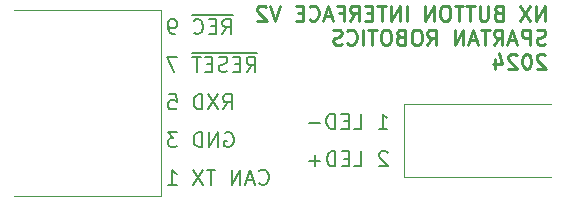
<source format=gbr>
%TF.GenerationSoftware,KiCad,Pcbnew,8.0.4-8.0.4-0~ubuntu22.04.1*%
%TF.CreationDate,2024-08-11T09:24:59-07:00*%
%TF.ProjectId,NX-ButtonInterface,4e582d42-7574-4746-9f6e-496e74657266,rev?*%
%TF.SameCoordinates,Original*%
%TF.FileFunction,Legend,Bot*%
%TF.FilePolarity,Positive*%
%FSLAX46Y46*%
G04 Gerber Fmt 4.6, Leading zero omitted, Abs format (unit mm)*
G04 Created by KiCad (PCBNEW 8.0.4-8.0.4-0~ubuntu22.04.1) date 2024-08-11 09:24:59*
%MOMM*%
%LPD*%
G01*
G04 APERTURE LIST*
%ADD10C,0.177800*%
%ADD11C,0.228600*%
%ADD12C,0.100000*%
G04 APERTURE END LIST*
D10*
X103494972Y-105782056D02*
X103615925Y-105721580D01*
X103615925Y-105721580D02*
X103797353Y-105721580D01*
X103797353Y-105721580D02*
X103978782Y-105782056D01*
X103978782Y-105782056D02*
X104099734Y-105903008D01*
X104099734Y-105903008D02*
X104160211Y-106023961D01*
X104160211Y-106023961D02*
X104220687Y-106265865D01*
X104220687Y-106265865D02*
X104220687Y-106447294D01*
X104220687Y-106447294D02*
X104160211Y-106689199D01*
X104160211Y-106689199D02*
X104099734Y-106810151D01*
X104099734Y-106810151D02*
X103978782Y-106931104D01*
X103978782Y-106931104D02*
X103797353Y-106991580D01*
X103797353Y-106991580D02*
X103676401Y-106991580D01*
X103676401Y-106991580D02*
X103494972Y-106931104D01*
X103494972Y-106931104D02*
X103434496Y-106870627D01*
X103434496Y-106870627D02*
X103434496Y-106447294D01*
X103434496Y-106447294D02*
X103676401Y-106447294D01*
X102890211Y-106991580D02*
X102890211Y-105721580D01*
X102890211Y-105721580D02*
X102164496Y-106991580D01*
X102164496Y-106991580D02*
X102164496Y-105721580D01*
X101559735Y-106991580D02*
X101559735Y-105721580D01*
X101559735Y-105721580D02*
X101257354Y-105721580D01*
X101257354Y-105721580D02*
X101075925Y-105782056D01*
X101075925Y-105782056D02*
X100954973Y-105903008D01*
X100954973Y-105903008D02*
X100894496Y-106023961D01*
X100894496Y-106023961D02*
X100834020Y-106265865D01*
X100834020Y-106265865D02*
X100834020Y-106447294D01*
X100834020Y-106447294D02*
X100894496Y-106689199D01*
X100894496Y-106689199D02*
X100954973Y-106810151D01*
X100954973Y-106810151D02*
X101075925Y-106931104D01*
X101075925Y-106931104D02*
X101257354Y-106991580D01*
X101257354Y-106991580D02*
X101559735Y-106991580D01*
X99443068Y-105721580D02*
X98656877Y-105721580D01*
X98656877Y-105721580D02*
X99080211Y-106205389D01*
X99080211Y-106205389D02*
X98898782Y-106205389D01*
X98898782Y-106205389D02*
X98777830Y-106265865D01*
X98777830Y-106265865D02*
X98717354Y-106326342D01*
X98717354Y-106326342D02*
X98656877Y-106447294D01*
X98656877Y-106447294D02*
X98656877Y-106749675D01*
X98656877Y-106749675D02*
X98717354Y-106870627D01*
X98717354Y-106870627D02*
X98777830Y-106931104D01*
X98777830Y-106931104D02*
X98898782Y-106991580D01*
X98898782Y-106991580D02*
X99261639Y-106991580D01*
X99261639Y-106991580D02*
X99382592Y-106931104D01*
X99382592Y-106931104D02*
X99443068Y-106870627D01*
X117243122Y-107480832D02*
X117182646Y-107420356D01*
X117182646Y-107420356D02*
X117061693Y-107359880D01*
X117061693Y-107359880D02*
X116759312Y-107359880D01*
X116759312Y-107359880D02*
X116638360Y-107420356D01*
X116638360Y-107420356D02*
X116577884Y-107480832D01*
X116577884Y-107480832D02*
X116517407Y-107601784D01*
X116517407Y-107601784D02*
X116517407Y-107722737D01*
X116517407Y-107722737D02*
X116577884Y-107904165D01*
X116577884Y-107904165D02*
X117303598Y-108629880D01*
X117303598Y-108629880D02*
X116517407Y-108629880D01*
X114400741Y-108629880D02*
X115005503Y-108629880D01*
X115005503Y-108629880D02*
X115005503Y-107359880D01*
X113977408Y-107964642D02*
X113554074Y-107964642D01*
X113372646Y-108629880D02*
X113977408Y-108629880D01*
X113977408Y-108629880D02*
X113977408Y-107359880D01*
X113977408Y-107359880D02*
X113372646Y-107359880D01*
X112828360Y-108629880D02*
X112828360Y-107359880D01*
X112828360Y-107359880D02*
X112525979Y-107359880D01*
X112525979Y-107359880D02*
X112344550Y-107420356D01*
X112344550Y-107420356D02*
X112223598Y-107541308D01*
X112223598Y-107541308D02*
X112163121Y-107662261D01*
X112163121Y-107662261D02*
X112102645Y-107904165D01*
X112102645Y-107904165D02*
X112102645Y-108085594D01*
X112102645Y-108085594D02*
X112163121Y-108327499D01*
X112163121Y-108327499D02*
X112223598Y-108448451D01*
X112223598Y-108448451D02*
X112344550Y-108569404D01*
X112344550Y-108569404D02*
X112525979Y-108629880D01*
X112525979Y-108629880D02*
X112828360Y-108629880D01*
X111558360Y-108146070D02*
X110590741Y-108146070D01*
X111074550Y-108629880D02*
X111074550Y-107662261D01*
X103313544Y-103803880D02*
X103736878Y-103199118D01*
X104039259Y-103803880D02*
X104039259Y-102533880D01*
X104039259Y-102533880D02*
X103555449Y-102533880D01*
X103555449Y-102533880D02*
X103434497Y-102594356D01*
X103434497Y-102594356D02*
X103374020Y-102654832D01*
X103374020Y-102654832D02*
X103313544Y-102775784D01*
X103313544Y-102775784D02*
X103313544Y-102957213D01*
X103313544Y-102957213D02*
X103374020Y-103078165D01*
X103374020Y-103078165D02*
X103434497Y-103138642D01*
X103434497Y-103138642D02*
X103555449Y-103199118D01*
X103555449Y-103199118D02*
X104039259Y-103199118D01*
X102890211Y-102533880D02*
X102043544Y-103803880D01*
X102043544Y-102533880D02*
X102890211Y-103803880D01*
X101559735Y-103803880D02*
X101559735Y-102533880D01*
X101559735Y-102533880D02*
X101257354Y-102533880D01*
X101257354Y-102533880D02*
X101075925Y-102594356D01*
X101075925Y-102594356D02*
X100954973Y-102715308D01*
X100954973Y-102715308D02*
X100894496Y-102836261D01*
X100894496Y-102836261D02*
X100834020Y-103078165D01*
X100834020Y-103078165D02*
X100834020Y-103259594D01*
X100834020Y-103259594D02*
X100894496Y-103501499D01*
X100894496Y-103501499D02*
X100954973Y-103622451D01*
X100954973Y-103622451D02*
X101075925Y-103743404D01*
X101075925Y-103743404D02*
X101257354Y-103803880D01*
X101257354Y-103803880D02*
X101559735Y-103803880D01*
X98717354Y-102533880D02*
X99322116Y-102533880D01*
X99322116Y-102533880D02*
X99382592Y-103138642D01*
X99382592Y-103138642D02*
X99322116Y-103078165D01*
X99322116Y-103078165D02*
X99201163Y-103017689D01*
X99201163Y-103017689D02*
X98898782Y-103017689D01*
X98898782Y-103017689D02*
X98777830Y-103078165D01*
X98777830Y-103078165D02*
X98717354Y-103138642D01*
X98717354Y-103138642D02*
X98656877Y-103259594D01*
X98656877Y-103259594D02*
X98656877Y-103561975D01*
X98656877Y-103561975D02*
X98717354Y-103682927D01*
X98717354Y-103682927D02*
X98777830Y-103743404D01*
X98777830Y-103743404D02*
X98898782Y-103803880D01*
X98898782Y-103803880D02*
X99201163Y-103803880D01*
X99201163Y-103803880D02*
X99322116Y-103743404D01*
X99322116Y-103743404D02*
X99382592Y-103682927D01*
X116492007Y-105429480D02*
X117217722Y-105429480D01*
X116854865Y-105429480D02*
X116854865Y-104159480D01*
X116854865Y-104159480D02*
X116975817Y-104340908D01*
X116975817Y-104340908D02*
X117096769Y-104461861D01*
X117096769Y-104461861D02*
X117217722Y-104522337D01*
X114375341Y-105429480D02*
X114980103Y-105429480D01*
X114980103Y-105429480D02*
X114980103Y-104159480D01*
X113952008Y-104764242D02*
X113528674Y-104764242D01*
X113347246Y-105429480D02*
X113952008Y-105429480D01*
X113952008Y-105429480D02*
X113952008Y-104159480D01*
X113952008Y-104159480D02*
X113347246Y-104159480D01*
X112802960Y-105429480D02*
X112802960Y-104159480D01*
X112802960Y-104159480D02*
X112500579Y-104159480D01*
X112500579Y-104159480D02*
X112319150Y-104219956D01*
X112319150Y-104219956D02*
X112198198Y-104340908D01*
X112198198Y-104340908D02*
X112137721Y-104461861D01*
X112137721Y-104461861D02*
X112077245Y-104703765D01*
X112077245Y-104703765D02*
X112077245Y-104885194D01*
X112077245Y-104885194D02*
X112137721Y-105127099D01*
X112137721Y-105127099D02*
X112198198Y-105248051D01*
X112198198Y-105248051D02*
X112319150Y-105369004D01*
X112319150Y-105369004D02*
X112500579Y-105429480D01*
X112500579Y-105429480D02*
X112802960Y-105429480D01*
X111532960Y-104945670D02*
X110565341Y-104945670D01*
D11*
X130547225Y-96281009D02*
X130547225Y-95011009D01*
X130547225Y-95011009D02*
X129821510Y-96281009D01*
X129821510Y-96281009D02*
X129821510Y-95011009D01*
X129337701Y-95011009D02*
X128491034Y-96281009D01*
X128491034Y-95011009D02*
X129337701Y-96281009D01*
X126616272Y-95615771D02*
X126434844Y-95676247D01*
X126434844Y-95676247D02*
X126374367Y-95736723D01*
X126374367Y-95736723D02*
X126313891Y-95857675D01*
X126313891Y-95857675D02*
X126313891Y-96039104D01*
X126313891Y-96039104D02*
X126374367Y-96160056D01*
X126374367Y-96160056D02*
X126434844Y-96220533D01*
X126434844Y-96220533D02*
X126555796Y-96281009D01*
X126555796Y-96281009D02*
X127039606Y-96281009D01*
X127039606Y-96281009D02*
X127039606Y-95011009D01*
X127039606Y-95011009D02*
X126616272Y-95011009D01*
X126616272Y-95011009D02*
X126495320Y-95071485D01*
X126495320Y-95071485D02*
X126434844Y-95131961D01*
X126434844Y-95131961D02*
X126374367Y-95252913D01*
X126374367Y-95252913D02*
X126374367Y-95373866D01*
X126374367Y-95373866D02*
X126434844Y-95494818D01*
X126434844Y-95494818D02*
X126495320Y-95555294D01*
X126495320Y-95555294D02*
X126616272Y-95615771D01*
X126616272Y-95615771D02*
X127039606Y-95615771D01*
X125769606Y-95011009D02*
X125769606Y-96039104D01*
X125769606Y-96039104D02*
X125709129Y-96160056D01*
X125709129Y-96160056D02*
X125648653Y-96220533D01*
X125648653Y-96220533D02*
X125527701Y-96281009D01*
X125527701Y-96281009D02*
X125285796Y-96281009D01*
X125285796Y-96281009D02*
X125164844Y-96220533D01*
X125164844Y-96220533D02*
X125104367Y-96160056D01*
X125104367Y-96160056D02*
X125043891Y-96039104D01*
X125043891Y-96039104D02*
X125043891Y-95011009D01*
X124620558Y-95011009D02*
X123894844Y-95011009D01*
X124257701Y-96281009D02*
X124257701Y-95011009D01*
X123652939Y-95011009D02*
X122927225Y-95011009D01*
X123290082Y-96281009D02*
X123290082Y-95011009D01*
X122261987Y-95011009D02*
X122020082Y-95011009D01*
X122020082Y-95011009D02*
X121899130Y-95071485D01*
X121899130Y-95071485D02*
X121778177Y-95192437D01*
X121778177Y-95192437D02*
X121717701Y-95434342D01*
X121717701Y-95434342D02*
X121717701Y-95857675D01*
X121717701Y-95857675D02*
X121778177Y-96099580D01*
X121778177Y-96099580D02*
X121899130Y-96220533D01*
X121899130Y-96220533D02*
X122020082Y-96281009D01*
X122020082Y-96281009D02*
X122261987Y-96281009D01*
X122261987Y-96281009D02*
X122382939Y-96220533D01*
X122382939Y-96220533D02*
X122503892Y-96099580D01*
X122503892Y-96099580D02*
X122564368Y-95857675D01*
X122564368Y-95857675D02*
X122564368Y-95434342D01*
X122564368Y-95434342D02*
X122503892Y-95192437D01*
X122503892Y-95192437D02*
X122382939Y-95071485D01*
X122382939Y-95071485D02*
X122261987Y-95011009D01*
X121173416Y-96281009D02*
X121173416Y-95011009D01*
X121173416Y-95011009D02*
X120447701Y-96281009D01*
X120447701Y-96281009D02*
X120447701Y-95011009D01*
X118875321Y-96281009D02*
X118875321Y-95011009D01*
X118270559Y-96281009D02*
X118270559Y-95011009D01*
X118270559Y-95011009D02*
X117544844Y-96281009D01*
X117544844Y-96281009D02*
X117544844Y-95011009D01*
X117121511Y-95011009D02*
X116395797Y-95011009D01*
X116758654Y-96281009D02*
X116758654Y-95011009D01*
X115972464Y-95615771D02*
X115549130Y-95615771D01*
X115367702Y-96281009D02*
X115972464Y-96281009D01*
X115972464Y-96281009D02*
X115972464Y-95011009D01*
X115972464Y-95011009D02*
X115367702Y-95011009D01*
X114097701Y-96281009D02*
X114521035Y-95676247D01*
X114823416Y-96281009D02*
X114823416Y-95011009D01*
X114823416Y-95011009D02*
X114339606Y-95011009D01*
X114339606Y-95011009D02*
X114218654Y-95071485D01*
X114218654Y-95071485D02*
X114158177Y-95131961D01*
X114158177Y-95131961D02*
X114097701Y-95252913D01*
X114097701Y-95252913D02*
X114097701Y-95434342D01*
X114097701Y-95434342D02*
X114158177Y-95555294D01*
X114158177Y-95555294D02*
X114218654Y-95615771D01*
X114218654Y-95615771D02*
X114339606Y-95676247D01*
X114339606Y-95676247D02*
X114823416Y-95676247D01*
X113130082Y-95615771D02*
X113553416Y-95615771D01*
X113553416Y-96281009D02*
X113553416Y-95011009D01*
X113553416Y-95011009D02*
X112948654Y-95011009D01*
X112525321Y-95918152D02*
X111920559Y-95918152D01*
X112646273Y-96281009D02*
X112222940Y-95011009D01*
X112222940Y-95011009D02*
X111799606Y-96281009D01*
X110650559Y-96160056D02*
X110711035Y-96220533D01*
X110711035Y-96220533D02*
X110892464Y-96281009D01*
X110892464Y-96281009D02*
X111013416Y-96281009D01*
X111013416Y-96281009D02*
X111194845Y-96220533D01*
X111194845Y-96220533D02*
X111315797Y-96099580D01*
X111315797Y-96099580D02*
X111376274Y-95978628D01*
X111376274Y-95978628D02*
X111436750Y-95736723D01*
X111436750Y-95736723D02*
X111436750Y-95555294D01*
X111436750Y-95555294D02*
X111376274Y-95313390D01*
X111376274Y-95313390D02*
X111315797Y-95192437D01*
X111315797Y-95192437D02*
X111194845Y-95071485D01*
X111194845Y-95071485D02*
X111013416Y-95011009D01*
X111013416Y-95011009D02*
X110892464Y-95011009D01*
X110892464Y-95011009D02*
X110711035Y-95071485D01*
X110711035Y-95071485D02*
X110650559Y-95131961D01*
X110106274Y-95615771D02*
X109682940Y-95615771D01*
X109501512Y-96281009D02*
X110106274Y-96281009D01*
X110106274Y-96281009D02*
X110106274Y-95011009D01*
X110106274Y-95011009D02*
X109501512Y-95011009D01*
X108171035Y-95011009D02*
X107747702Y-96281009D01*
X107747702Y-96281009D02*
X107324368Y-95011009D01*
X106961512Y-95131961D02*
X106901036Y-95071485D01*
X106901036Y-95071485D02*
X106780083Y-95011009D01*
X106780083Y-95011009D02*
X106477702Y-95011009D01*
X106477702Y-95011009D02*
X106356750Y-95071485D01*
X106356750Y-95071485D02*
X106296274Y-95131961D01*
X106296274Y-95131961D02*
X106235797Y-95252913D01*
X106235797Y-95252913D02*
X106235797Y-95373866D01*
X106235797Y-95373866D02*
X106296274Y-95555294D01*
X106296274Y-95555294D02*
X107021988Y-96281009D01*
X107021988Y-96281009D02*
X106235797Y-96281009D01*
X130607701Y-98265162D02*
X130426272Y-98325638D01*
X130426272Y-98325638D02*
X130123891Y-98325638D01*
X130123891Y-98325638D02*
X130002939Y-98265162D01*
X130002939Y-98265162D02*
X129942463Y-98204685D01*
X129942463Y-98204685D02*
X129881986Y-98083733D01*
X129881986Y-98083733D02*
X129881986Y-97962781D01*
X129881986Y-97962781D02*
X129942463Y-97841828D01*
X129942463Y-97841828D02*
X130002939Y-97781352D01*
X130002939Y-97781352D02*
X130123891Y-97720876D01*
X130123891Y-97720876D02*
X130365796Y-97660400D01*
X130365796Y-97660400D02*
X130486748Y-97599923D01*
X130486748Y-97599923D02*
X130547225Y-97539447D01*
X130547225Y-97539447D02*
X130607701Y-97418495D01*
X130607701Y-97418495D02*
X130607701Y-97297542D01*
X130607701Y-97297542D02*
X130547225Y-97176590D01*
X130547225Y-97176590D02*
X130486748Y-97116114D01*
X130486748Y-97116114D02*
X130365796Y-97055638D01*
X130365796Y-97055638D02*
X130063415Y-97055638D01*
X130063415Y-97055638D02*
X129881986Y-97116114D01*
X129337701Y-98325638D02*
X129337701Y-97055638D01*
X129337701Y-97055638D02*
X128853891Y-97055638D01*
X128853891Y-97055638D02*
X128732939Y-97116114D01*
X128732939Y-97116114D02*
X128672462Y-97176590D01*
X128672462Y-97176590D02*
X128611986Y-97297542D01*
X128611986Y-97297542D02*
X128611986Y-97478971D01*
X128611986Y-97478971D02*
X128672462Y-97599923D01*
X128672462Y-97599923D02*
X128732939Y-97660400D01*
X128732939Y-97660400D02*
X128853891Y-97720876D01*
X128853891Y-97720876D02*
X129337701Y-97720876D01*
X128128177Y-97962781D02*
X127523415Y-97962781D01*
X128249129Y-98325638D02*
X127825796Y-97055638D01*
X127825796Y-97055638D02*
X127402462Y-98325638D01*
X126253415Y-98325638D02*
X126676749Y-97720876D01*
X126979130Y-98325638D02*
X126979130Y-97055638D01*
X126979130Y-97055638D02*
X126495320Y-97055638D01*
X126495320Y-97055638D02*
X126374368Y-97116114D01*
X126374368Y-97116114D02*
X126313891Y-97176590D01*
X126313891Y-97176590D02*
X126253415Y-97297542D01*
X126253415Y-97297542D02*
X126253415Y-97478971D01*
X126253415Y-97478971D02*
X126313891Y-97599923D01*
X126313891Y-97599923D02*
X126374368Y-97660400D01*
X126374368Y-97660400D02*
X126495320Y-97720876D01*
X126495320Y-97720876D02*
X126979130Y-97720876D01*
X125890558Y-97055638D02*
X125164844Y-97055638D01*
X125527701Y-98325638D02*
X125527701Y-97055638D01*
X124801987Y-97962781D02*
X124197225Y-97962781D01*
X124922939Y-98325638D02*
X124499606Y-97055638D01*
X124499606Y-97055638D02*
X124076272Y-98325638D01*
X123652940Y-98325638D02*
X123652940Y-97055638D01*
X123652940Y-97055638D02*
X122927225Y-98325638D01*
X122927225Y-98325638D02*
X122927225Y-97055638D01*
X120629130Y-98325638D02*
X121052464Y-97720876D01*
X121354845Y-98325638D02*
X121354845Y-97055638D01*
X121354845Y-97055638D02*
X120871035Y-97055638D01*
X120871035Y-97055638D02*
X120750083Y-97116114D01*
X120750083Y-97116114D02*
X120689606Y-97176590D01*
X120689606Y-97176590D02*
X120629130Y-97297542D01*
X120629130Y-97297542D02*
X120629130Y-97478971D01*
X120629130Y-97478971D02*
X120689606Y-97599923D01*
X120689606Y-97599923D02*
X120750083Y-97660400D01*
X120750083Y-97660400D02*
X120871035Y-97720876D01*
X120871035Y-97720876D02*
X121354845Y-97720876D01*
X119842940Y-97055638D02*
X119601035Y-97055638D01*
X119601035Y-97055638D02*
X119480083Y-97116114D01*
X119480083Y-97116114D02*
X119359130Y-97237066D01*
X119359130Y-97237066D02*
X119298654Y-97478971D01*
X119298654Y-97478971D02*
X119298654Y-97902304D01*
X119298654Y-97902304D02*
X119359130Y-98144209D01*
X119359130Y-98144209D02*
X119480083Y-98265162D01*
X119480083Y-98265162D02*
X119601035Y-98325638D01*
X119601035Y-98325638D02*
X119842940Y-98325638D01*
X119842940Y-98325638D02*
X119963892Y-98265162D01*
X119963892Y-98265162D02*
X120084845Y-98144209D01*
X120084845Y-98144209D02*
X120145321Y-97902304D01*
X120145321Y-97902304D02*
X120145321Y-97478971D01*
X120145321Y-97478971D02*
X120084845Y-97237066D01*
X120084845Y-97237066D02*
X119963892Y-97116114D01*
X119963892Y-97116114D02*
X119842940Y-97055638D01*
X118331035Y-97660400D02*
X118149607Y-97720876D01*
X118149607Y-97720876D02*
X118089130Y-97781352D01*
X118089130Y-97781352D02*
X118028654Y-97902304D01*
X118028654Y-97902304D02*
X118028654Y-98083733D01*
X118028654Y-98083733D02*
X118089130Y-98204685D01*
X118089130Y-98204685D02*
X118149607Y-98265162D01*
X118149607Y-98265162D02*
X118270559Y-98325638D01*
X118270559Y-98325638D02*
X118754369Y-98325638D01*
X118754369Y-98325638D02*
X118754369Y-97055638D01*
X118754369Y-97055638D02*
X118331035Y-97055638D01*
X118331035Y-97055638D02*
X118210083Y-97116114D01*
X118210083Y-97116114D02*
X118149607Y-97176590D01*
X118149607Y-97176590D02*
X118089130Y-97297542D01*
X118089130Y-97297542D02*
X118089130Y-97418495D01*
X118089130Y-97418495D02*
X118149607Y-97539447D01*
X118149607Y-97539447D02*
X118210083Y-97599923D01*
X118210083Y-97599923D02*
X118331035Y-97660400D01*
X118331035Y-97660400D02*
X118754369Y-97660400D01*
X117242464Y-97055638D02*
X117000559Y-97055638D01*
X117000559Y-97055638D02*
X116879607Y-97116114D01*
X116879607Y-97116114D02*
X116758654Y-97237066D01*
X116758654Y-97237066D02*
X116698178Y-97478971D01*
X116698178Y-97478971D02*
X116698178Y-97902304D01*
X116698178Y-97902304D02*
X116758654Y-98144209D01*
X116758654Y-98144209D02*
X116879607Y-98265162D01*
X116879607Y-98265162D02*
X117000559Y-98325638D01*
X117000559Y-98325638D02*
X117242464Y-98325638D01*
X117242464Y-98325638D02*
X117363416Y-98265162D01*
X117363416Y-98265162D02*
X117484369Y-98144209D01*
X117484369Y-98144209D02*
X117544845Y-97902304D01*
X117544845Y-97902304D02*
X117544845Y-97478971D01*
X117544845Y-97478971D02*
X117484369Y-97237066D01*
X117484369Y-97237066D02*
X117363416Y-97116114D01*
X117363416Y-97116114D02*
X117242464Y-97055638D01*
X116335321Y-97055638D02*
X115609607Y-97055638D01*
X115972464Y-98325638D02*
X115972464Y-97055638D01*
X115186274Y-98325638D02*
X115186274Y-97055638D01*
X113855797Y-98204685D02*
X113916273Y-98265162D01*
X113916273Y-98265162D02*
X114097702Y-98325638D01*
X114097702Y-98325638D02*
X114218654Y-98325638D01*
X114218654Y-98325638D02*
X114400083Y-98265162D01*
X114400083Y-98265162D02*
X114521035Y-98144209D01*
X114521035Y-98144209D02*
X114581512Y-98023257D01*
X114581512Y-98023257D02*
X114641988Y-97781352D01*
X114641988Y-97781352D02*
X114641988Y-97599923D01*
X114641988Y-97599923D02*
X114581512Y-97358019D01*
X114581512Y-97358019D02*
X114521035Y-97237066D01*
X114521035Y-97237066D02*
X114400083Y-97116114D01*
X114400083Y-97116114D02*
X114218654Y-97055638D01*
X114218654Y-97055638D02*
X114097702Y-97055638D01*
X114097702Y-97055638D02*
X113916273Y-97116114D01*
X113916273Y-97116114D02*
X113855797Y-97176590D01*
X113371988Y-98265162D02*
X113190559Y-98325638D01*
X113190559Y-98325638D02*
X112888178Y-98325638D01*
X112888178Y-98325638D02*
X112767226Y-98265162D01*
X112767226Y-98265162D02*
X112706750Y-98204685D01*
X112706750Y-98204685D02*
X112646273Y-98083733D01*
X112646273Y-98083733D02*
X112646273Y-97962781D01*
X112646273Y-97962781D02*
X112706750Y-97841828D01*
X112706750Y-97841828D02*
X112767226Y-97781352D01*
X112767226Y-97781352D02*
X112888178Y-97720876D01*
X112888178Y-97720876D02*
X113130083Y-97660400D01*
X113130083Y-97660400D02*
X113251035Y-97599923D01*
X113251035Y-97599923D02*
X113311512Y-97539447D01*
X113311512Y-97539447D02*
X113371988Y-97418495D01*
X113371988Y-97418495D02*
X113371988Y-97297542D01*
X113371988Y-97297542D02*
X113311512Y-97176590D01*
X113311512Y-97176590D02*
X113251035Y-97116114D01*
X113251035Y-97116114D02*
X113130083Y-97055638D01*
X113130083Y-97055638D02*
X112827702Y-97055638D01*
X112827702Y-97055638D02*
X112646273Y-97116114D01*
X130607701Y-99221219D02*
X130547225Y-99160743D01*
X130547225Y-99160743D02*
X130426272Y-99100267D01*
X130426272Y-99100267D02*
X130123891Y-99100267D01*
X130123891Y-99100267D02*
X130002939Y-99160743D01*
X130002939Y-99160743D02*
X129942463Y-99221219D01*
X129942463Y-99221219D02*
X129881986Y-99342171D01*
X129881986Y-99342171D02*
X129881986Y-99463124D01*
X129881986Y-99463124D02*
X129942463Y-99644552D01*
X129942463Y-99644552D02*
X130668177Y-100370267D01*
X130668177Y-100370267D02*
X129881986Y-100370267D01*
X129095796Y-99100267D02*
X128974843Y-99100267D01*
X128974843Y-99100267D02*
X128853891Y-99160743D01*
X128853891Y-99160743D02*
X128793415Y-99221219D01*
X128793415Y-99221219D02*
X128732939Y-99342171D01*
X128732939Y-99342171D02*
X128672462Y-99584076D01*
X128672462Y-99584076D02*
X128672462Y-99886457D01*
X128672462Y-99886457D02*
X128732939Y-100128362D01*
X128732939Y-100128362D02*
X128793415Y-100249314D01*
X128793415Y-100249314D02*
X128853891Y-100309791D01*
X128853891Y-100309791D02*
X128974843Y-100370267D01*
X128974843Y-100370267D02*
X129095796Y-100370267D01*
X129095796Y-100370267D02*
X129216748Y-100309791D01*
X129216748Y-100309791D02*
X129277224Y-100249314D01*
X129277224Y-100249314D02*
X129337701Y-100128362D01*
X129337701Y-100128362D02*
X129398177Y-99886457D01*
X129398177Y-99886457D02*
X129398177Y-99584076D01*
X129398177Y-99584076D02*
X129337701Y-99342171D01*
X129337701Y-99342171D02*
X129277224Y-99221219D01*
X129277224Y-99221219D02*
X129216748Y-99160743D01*
X129216748Y-99160743D02*
X129095796Y-99100267D01*
X128188653Y-99221219D02*
X128128177Y-99160743D01*
X128128177Y-99160743D02*
X128007224Y-99100267D01*
X128007224Y-99100267D02*
X127704843Y-99100267D01*
X127704843Y-99100267D02*
X127583891Y-99160743D01*
X127583891Y-99160743D02*
X127523415Y-99221219D01*
X127523415Y-99221219D02*
X127462938Y-99342171D01*
X127462938Y-99342171D02*
X127462938Y-99463124D01*
X127462938Y-99463124D02*
X127523415Y-99644552D01*
X127523415Y-99644552D02*
X128249129Y-100370267D01*
X128249129Y-100370267D02*
X127462938Y-100370267D01*
X126374367Y-99523600D02*
X126374367Y-100370267D01*
X126676748Y-99039791D02*
X126979129Y-99946933D01*
X126979129Y-99946933D02*
X126192938Y-99946933D01*
D10*
X105309259Y-100616180D02*
X105732593Y-100011418D01*
X106034974Y-100616180D02*
X106034974Y-99346180D01*
X106034974Y-99346180D02*
X105551164Y-99346180D01*
X105551164Y-99346180D02*
X105430212Y-99406656D01*
X105430212Y-99406656D02*
X105369735Y-99467132D01*
X105369735Y-99467132D02*
X105309259Y-99588084D01*
X105309259Y-99588084D02*
X105309259Y-99769513D01*
X105309259Y-99769513D02*
X105369735Y-99890465D01*
X105369735Y-99890465D02*
X105430212Y-99950942D01*
X105430212Y-99950942D02*
X105551164Y-100011418D01*
X105551164Y-100011418D02*
X106034974Y-100011418D01*
X104764974Y-99950942D02*
X104341640Y-99950942D01*
X104160212Y-100616180D02*
X104764974Y-100616180D01*
X104764974Y-100616180D02*
X104764974Y-99346180D01*
X104764974Y-99346180D02*
X104160212Y-99346180D01*
X103676402Y-100555704D02*
X103494973Y-100616180D01*
X103494973Y-100616180D02*
X103192592Y-100616180D01*
X103192592Y-100616180D02*
X103071640Y-100555704D01*
X103071640Y-100555704D02*
X103011164Y-100495227D01*
X103011164Y-100495227D02*
X102950687Y-100374275D01*
X102950687Y-100374275D02*
X102950687Y-100253323D01*
X102950687Y-100253323D02*
X103011164Y-100132370D01*
X103011164Y-100132370D02*
X103071640Y-100071894D01*
X103071640Y-100071894D02*
X103192592Y-100011418D01*
X103192592Y-100011418D02*
X103434497Y-99950942D01*
X103434497Y-99950942D02*
X103555449Y-99890465D01*
X103555449Y-99890465D02*
X103615926Y-99829989D01*
X103615926Y-99829989D02*
X103676402Y-99709037D01*
X103676402Y-99709037D02*
X103676402Y-99588084D01*
X103676402Y-99588084D02*
X103615926Y-99467132D01*
X103615926Y-99467132D02*
X103555449Y-99406656D01*
X103555449Y-99406656D02*
X103434497Y-99346180D01*
X103434497Y-99346180D02*
X103132116Y-99346180D01*
X103132116Y-99346180D02*
X102950687Y-99406656D01*
X102406402Y-99950942D02*
X101983068Y-99950942D01*
X101801640Y-100616180D02*
X102406402Y-100616180D01*
X102406402Y-100616180D02*
X102406402Y-99346180D01*
X102406402Y-99346180D02*
X101801640Y-99346180D01*
X101438782Y-99346180D02*
X100713068Y-99346180D01*
X101075925Y-100616180D02*
X101075925Y-99346180D01*
X106210355Y-98993604D02*
X100719116Y-98993604D01*
X99443068Y-99346180D02*
X98596401Y-99346180D01*
X98596401Y-99346180D02*
X99140687Y-100616180D01*
X106397829Y-110058327D02*
X106458305Y-110118804D01*
X106458305Y-110118804D02*
X106639734Y-110179280D01*
X106639734Y-110179280D02*
X106760686Y-110179280D01*
X106760686Y-110179280D02*
X106942115Y-110118804D01*
X106942115Y-110118804D02*
X107063067Y-109997851D01*
X107063067Y-109997851D02*
X107123544Y-109876899D01*
X107123544Y-109876899D02*
X107184020Y-109634994D01*
X107184020Y-109634994D02*
X107184020Y-109453565D01*
X107184020Y-109453565D02*
X107123544Y-109211661D01*
X107123544Y-109211661D02*
X107063067Y-109090708D01*
X107063067Y-109090708D02*
X106942115Y-108969756D01*
X106942115Y-108969756D02*
X106760686Y-108909280D01*
X106760686Y-108909280D02*
X106639734Y-108909280D01*
X106639734Y-108909280D02*
X106458305Y-108969756D01*
X106458305Y-108969756D02*
X106397829Y-109030232D01*
X105914020Y-109816423D02*
X105309258Y-109816423D01*
X106034972Y-110179280D02*
X105611639Y-108909280D01*
X105611639Y-108909280D02*
X105188305Y-110179280D01*
X104764973Y-110179280D02*
X104764973Y-108909280D01*
X104764973Y-108909280D02*
X104039258Y-110179280D01*
X104039258Y-110179280D02*
X104039258Y-108909280D01*
X102648306Y-108909280D02*
X101922592Y-108909280D01*
X102285449Y-110179280D02*
X102285449Y-108909280D01*
X101620211Y-108909280D02*
X100773544Y-110179280D01*
X100773544Y-108909280D02*
X101620211Y-110179280D01*
X98656877Y-110179280D02*
X99382592Y-110179280D01*
X99019735Y-110179280D02*
X99019735Y-108909280D01*
X99019735Y-108909280D02*
X99140687Y-109090708D01*
X99140687Y-109090708D02*
X99261639Y-109211661D01*
X99261639Y-109211661D02*
X99382592Y-109272137D01*
X103253068Y-97428480D02*
X103676402Y-96823718D01*
X103978783Y-97428480D02*
X103978783Y-96158480D01*
X103978783Y-96158480D02*
X103494973Y-96158480D01*
X103494973Y-96158480D02*
X103374021Y-96218956D01*
X103374021Y-96218956D02*
X103313544Y-96279432D01*
X103313544Y-96279432D02*
X103253068Y-96400384D01*
X103253068Y-96400384D02*
X103253068Y-96581813D01*
X103253068Y-96581813D02*
X103313544Y-96702765D01*
X103313544Y-96702765D02*
X103374021Y-96763242D01*
X103374021Y-96763242D02*
X103494973Y-96823718D01*
X103494973Y-96823718D02*
X103978783Y-96823718D01*
X102708783Y-96763242D02*
X102285449Y-96763242D01*
X102104021Y-97428480D02*
X102708783Y-97428480D01*
X102708783Y-97428480D02*
X102708783Y-96158480D01*
X102708783Y-96158480D02*
X102104021Y-96158480D01*
X100834020Y-97307527D02*
X100894496Y-97368004D01*
X100894496Y-97368004D02*
X101075925Y-97428480D01*
X101075925Y-97428480D02*
X101196877Y-97428480D01*
X101196877Y-97428480D02*
X101378306Y-97368004D01*
X101378306Y-97368004D02*
X101499258Y-97247051D01*
X101499258Y-97247051D02*
X101559735Y-97126099D01*
X101559735Y-97126099D02*
X101620211Y-96884194D01*
X101620211Y-96884194D02*
X101620211Y-96702765D01*
X101620211Y-96702765D02*
X101559735Y-96460861D01*
X101559735Y-96460861D02*
X101499258Y-96339908D01*
X101499258Y-96339908D02*
X101378306Y-96218956D01*
X101378306Y-96218956D02*
X101196877Y-96158480D01*
X101196877Y-96158480D02*
X101075925Y-96158480D01*
X101075925Y-96158480D02*
X100894496Y-96218956D01*
X100894496Y-96218956D02*
X100834020Y-96279432D01*
X104154164Y-95805904D02*
X100719116Y-95805904D01*
X99261639Y-97428480D02*
X99019735Y-97428480D01*
X99019735Y-97428480D02*
X98898782Y-97368004D01*
X98898782Y-97368004D02*
X98838306Y-97307527D01*
X98838306Y-97307527D02*
X98717354Y-97126099D01*
X98717354Y-97126099D02*
X98656877Y-96884194D01*
X98656877Y-96884194D02*
X98656877Y-96400384D01*
X98656877Y-96400384D02*
X98717354Y-96279432D01*
X98717354Y-96279432D02*
X98777830Y-96218956D01*
X98777830Y-96218956D02*
X98898782Y-96158480D01*
X98898782Y-96158480D02*
X99140687Y-96158480D01*
X99140687Y-96158480D02*
X99261639Y-96218956D01*
X99261639Y-96218956D02*
X99322116Y-96279432D01*
X99322116Y-96279432D02*
X99382592Y-96400384D01*
X99382592Y-96400384D02*
X99382592Y-96702765D01*
X99382592Y-96702765D02*
X99322116Y-96823718D01*
X99322116Y-96823718D02*
X99261639Y-96884194D01*
X99261639Y-96884194D02*
X99140687Y-96944670D01*
X99140687Y-96944670D02*
X98898782Y-96944670D01*
X98898782Y-96944670D02*
X98777830Y-96884194D01*
X98777830Y-96884194D02*
X98717354Y-96823718D01*
X98717354Y-96823718D02*
X98656877Y-96702765D01*
D12*
%TO.C,J4*%
X118605100Y-103339900D02*
X131051100Y-103339900D01*
X118605100Y-109562900D02*
X118605100Y-103339900D01*
X131051100Y-109562900D02*
X118605100Y-109562900D01*
%TO.C,J2*%
X85623400Y-95351600D02*
X98069400Y-95351600D01*
X98069400Y-95351600D02*
X98069400Y-111099600D01*
X98069400Y-111099600D02*
X85623400Y-111099600D01*
%TD*%
M02*

</source>
